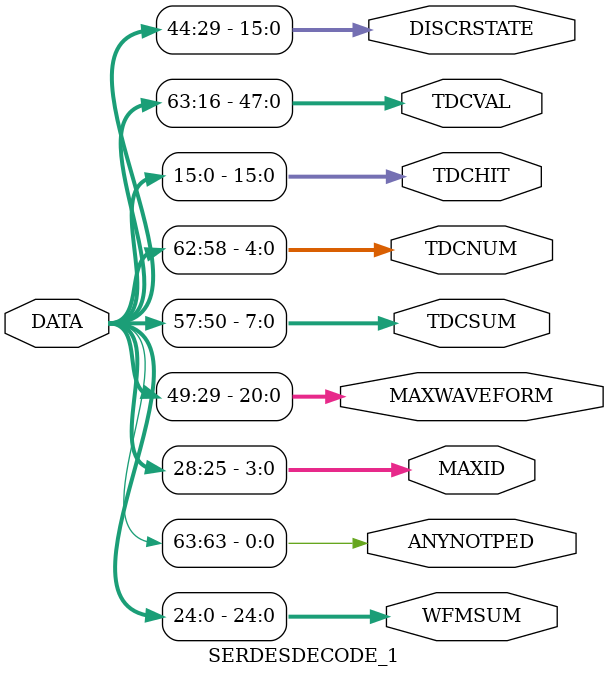
<source format=v>
module SERDESDECODE_1(
    input [64*NSLOT-1:0] DATA,
    output [24:0] WFMSUM,
    output ANYNOTPED,
    output [3:0] MAXID,
    output [20:0] MAXWAVEFORM,
    output [7:0] TDCSUM,
    output [4:0] TDCNUM,
    output [15:0] TDCHIT,
    output [3*16-1:0] TDCVAL,
    output [15:0] DISCRSTATE
    );

    parameter SLOT=0;
    parameter NSLOT=1;

    //decode QSUM
    // CONNECTION SCHEME:
    // WDi :BIT 24-0 FOR SUM OF WAVEFORMs
    //     :BIT 63 FOR ANY PEDESTAL OUTSIDE THRESHOLD
    assign WFMSUM = DATA[64*SLOT+:25];
    assign ANYNOTPED = DATA[64*SLOT+63];

    //decode MAXID
    // CONNECTION SCHEME:
    // WDi :BIT 28-26 FOR MAXIMUM ID (if WDB Algsel==0 relates to MAXWAVEFORM
    //                                otherwise relates to TDCNUM)
    assign MAXID = DATA[64*SLOT+25+:4];

    //decode MAXWAVEFORM
    // CONNECTION SCHEME:
    // WDi :BIT 49-29 FOR MAXIMUM WAVEFORM WALUE
    assign MAXWAVEFORM = DATA[64*SLOT+29+:21];

    //decode TDC Mult
    // CONNECTION SCHEME:
    //     :BIT 55-48 FOR SUM OF TDCs
    //     :BIT 60-56 FOR NUM OF TDCs
    assign TDCSUM = DATA[64*SLOT+50+:8];    
    assign TDCNUM = DATA[64*SLOT+58+:5];    

    //decode TC
    // CONNECTION SCHEME:
    // WDi :BIT 15-0 FOR TIME VALID
    //     :BIT 63-16 FOR TIMESTAMP (3 bit each)
    assign TDCHIT = DATA[64*SLOT+:16];    
    assign TDCVAL = DATA[64*SLOT+16+:3*16];

    //decode DISCRIMINATOR status
    assign DISCRSTATE = DATA[64*SLOT+29+:16];
endmodule
</source>
